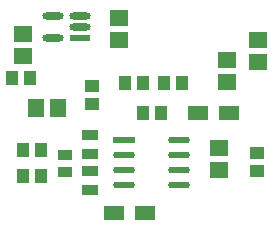
<source format=gtp>
G04*
G04 #@! TF.GenerationSoftware,Altium Limited,Altium Designer,24.3.1 (35)*
G04*
G04 Layer_Color=8421504*
%FSLAX44Y44*%
%MOMM*%
G71*
G04*
G04 #@! TF.SameCoordinates,D9C964B4-26AD-435A-8A32-BF43BC4377D0*
G04*
G04*
G04 #@! TF.FilePolarity,Positive*
G04*
G01*
G75*
%ADD13R,1.5562X1.4546*%
%ADD14R,1.0046X1.2621*%
%ADD15R,1.4546X1.5562*%
G04:AMPARAMS|DCode=16|XSize=1.8741mm|YSize=0.5421mm|CornerRadius=0.2711mm|HoleSize=0mm|Usage=FLASHONLY|Rotation=0.000|XOffset=0mm|YOffset=0mm|HoleType=Round|Shape=RoundedRectangle|*
%AMROUNDEDRECTD16*
21,1,1.8741,0.0000,0,0,0.0*
21,1,1.3319,0.5421,0,0,0.0*
1,1,0.5421,0.6660,0.0000*
1,1,0.5421,-0.6660,0.0000*
1,1,0.5421,-0.6660,0.0000*
1,1,0.5421,0.6660,0.0000*
%
%ADD16ROUNDEDRECTD16*%
%ADD17R,1.8741X0.5421*%
%ADD18R,1.8000X1.2500*%
G04:AMPARAMS|DCode=19|XSize=1.8052mm|YSize=0.6121mm|CornerRadius=0.3061mm|HoleSize=0mm|Usage=FLASHONLY|Rotation=180.000|XOffset=0mm|YOffset=0mm|HoleType=Round|Shape=RoundedRectangle|*
%AMROUNDEDRECTD19*
21,1,1.8052,0.0000,0,0,180.0*
21,1,1.1931,0.6121,0,0,180.0*
1,1,0.6121,-0.5966,0.0000*
1,1,0.6121,0.5966,0.0000*
1,1,0.6121,0.5966,0.0000*
1,1,0.6121,-0.5966,0.0000*
%
%ADD19ROUNDEDRECTD19*%
%ADD20R,1.8052X0.6121*%
%ADD21R,1.2621X0.9578*%
%ADD22R,1.3500X0.9500*%
%ADD23R,1.2621X1.0046*%
D13*
X359410Y429628D02*
D03*
Y411112D02*
D03*
X532130Y389522D02*
D03*
Y408038D02*
D03*
X558800Y424548D02*
D03*
Y406032D02*
D03*
X440690Y425082D02*
D03*
Y443598D02*
D03*
X525780Y314592D02*
D03*
Y333108D02*
D03*
D14*
X365648Y392430D02*
D03*
X350632D02*
D03*
X478902Y388620D02*
D03*
X493918D02*
D03*
X461122Y363220D02*
D03*
X476138D02*
D03*
X445994Y388620D02*
D03*
X461010D02*
D03*
X359522Y331470D02*
D03*
X374538D02*
D03*
X359522Y309880D02*
D03*
X374538D02*
D03*
D15*
X370472Y367030D02*
D03*
X388988D02*
D03*
D16*
X491791Y340360D02*
D03*
Y327660D02*
D03*
Y314960D02*
D03*
Y302260D02*
D03*
X445469D02*
D03*
Y314960D02*
D03*
Y327660D02*
D03*
D17*
Y340360D02*
D03*
D18*
X533700Y363220D02*
D03*
X507700D02*
D03*
X462580Y278130D02*
D03*
X436580D02*
D03*
D19*
X384735Y426110D02*
D03*
Y445110D02*
D03*
X407745D02*
D03*
Y435610D02*
D03*
D20*
Y426110D02*
D03*
D21*
X394970Y313116D02*
D03*
Y327660D02*
D03*
D22*
X416560Y298070D02*
D03*
Y314070D02*
D03*
Y344550D02*
D03*
Y328550D02*
D03*
D23*
X557530Y313914D02*
D03*
Y328930D02*
D03*
X417830Y385968D02*
D03*
Y370952D02*
D03*
M02*

</source>
